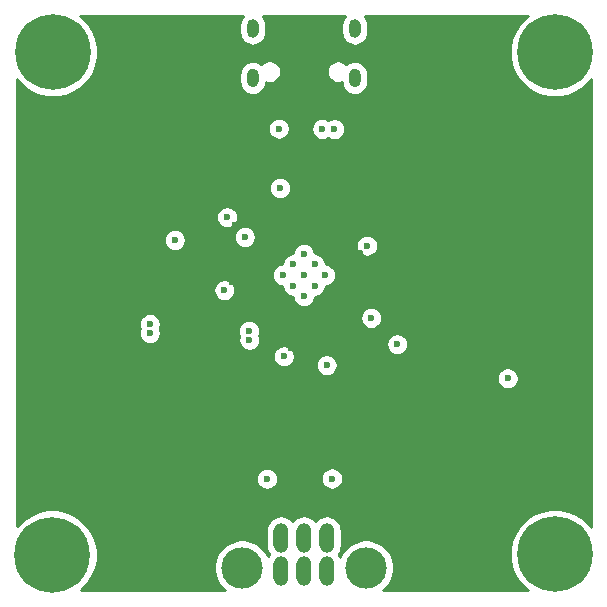
<source format=gbr>
%TF.GenerationSoftware,KiCad,Pcbnew,5.1.10*%
%TF.CreationDate,2021-06-16T23:26:04-06:00*%
%TF.ProjectId,cable-link,6361626c-652d-46c6-996e-6b2e6b696361,rev?*%
%TF.SameCoordinates,Original*%
%TF.FileFunction,Copper,L3,Inr*%
%TF.FilePolarity,Positive*%
%FSLAX46Y46*%
G04 Gerber Fmt 4.6, Leading zero omitted, Abs format (unit mm)*
G04 Created by KiCad (PCBNEW 5.1.10) date 2021-06-16 23:26:04*
%MOMM*%
%LPD*%
G01*
G04 APERTURE LIST*
%TA.AperFunction,ComponentPad*%
%ADD10C,0.800000*%
%TD*%
%TA.AperFunction,ComponentPad*%
%ADD11C,6.400000*%
%TD*%
%TA.AperFunction,ComponentPad*%
%ADD12O,1.270000X2.540000*%
%TD*%
%TA.AperFunction,ComponentPad*%
%ADD13C,3.500000*%
%TD*%
%TA.AperFunction,ComponentPad*%
%ADD14C,0.600000*%
%TD*%
%TA.AperFunction,ViaPad*%
%ADD15C,0.600000*%
%TD*%
%TA.AperFunction,Conductor*%
%ADD16C,0.254000*%
%TD*%
%TA.AperFunction,Conductor*%
%ADD17C,0.100000*%
%TD*%
G04 APERTURE END LIST*
D10*
%TO.N,GND*%
%TO.C,H4*%
X25394112Y-64605888D03*
X23697056Y-63902944D03*
X22000000Y-64605888D03*
X21297056Y-66302944D03*
X22000000Y-68000000D03*
X23697056Y-68702944D03*
X25394112Y-68000000D03*
X26097056Y-66302944D03*
D11*
X23697056Y-66302944D03*
%TD*%
D10*
%TO.N,GND*%
%TO.C,H3*%
X67947056Y-64552944D03*
X66250000Y-63850000D03*
X64552944Y-64552944D03*
X63850000Y-66250000D03*
X64552944Y-67947056D03*
X66250000Y-68650000D03*
X67947056Y-67947056D03*
X68650000Y-66250000D03*
D11*
X66250000Y-66250000D03*
%TD*%
D10*
%TO.N,GND*%
%TO.C,H2*%
X67947056Y-22052944D03*
X66250000Y-21350000D03*
X64552944Y-22052944D03*
X63850000Y-23750000D03*
X64552944Y-25447056D03*
X66250000Y-26150000D03*
X67947056Y-25447056D03*
X68650000Y-23750000D03*
D11*
X66250000Y-23750000D03*
%TD*%
D10*
%TO.N,GND*%
%TO.C,H1*%
X25447056Y-22052944D03*
X23750000Y-21350000D03*
X22052944Y-22052944D03*
X21350000Y-23750000D03*
X22052944Y-25447056D03*
X23750000Y-26150000D03*
X25447056Y-25447056D03*
X26150000Y-23750000D03*
D11*
X23750000Y-23750000D03*
%TD*%
D12*
%TO.N,+5V*%
%TO.C,J3*%
X46930000Y-64890000D03*
%TO.N,/GB_SI*%
X45000000Y-64890000D03*
%TO.N,/GB_SC*%
X43070000Y-64890000D03*
%TO.N,/GB_SO*%
X46930000Y-67700000D03*
%TO.N,/GB_SD*%
X45000000Y-67700000D03*
%TO.N,GND*%
X43070000Y-67700000D03*
D13*
X50250000Y-67395000D03*
X39780000Y-67395000D03*
%TD*%
D14*
%TO.N,GND*%
%TO.C,U2*%
X43196878Y-42625000D03*
X44098439Y-41723439D03*
X45000000Y-40821878D03*
X44098439Y-43526561D03*
X45000000Y-42625000D03*
X45901561Y-41723439D03*
X45000000Y-44428122D03*
X45901561Y-43526561D03*
X46803122Y-42625000D03*
%TD*%
%TO.N,GND*%
%TO.C,J1*%
%TA.AperFunction,ComponentPad*%
G36*
G01*
X49820000Y-25630001D02*
X49820000Y-26230001D01*
G75*
G02*
X49320000Y-26730001I-500000J0D01*
G01*
X49320000Y-26730001D01*
G75*
G02*
X48820000Y-26230001I0J500000D01*
G01*
X48820000Y-25630001D01*
G75*
G02*
X49320000Y-25130001I500000J0D01*
G01*
X49320000Y-25130001D01*
G75*
G02*
X49820000Y-25630001I0J-500000D01*
G01*
G37*
%TD.AperFunction*%
%TA.AperFunction,ComponentPad*%
G36*
G01*
X41180000Y-25630001D02*
X41180000Y-26230001D01*
G75*
G02*
X40680000Y-26730001I-500000J0D01*
G01*
X40680000Y-26730001D01*
G75*
G02*
X40180000Y-26230001I0J500000D01*
G01*
X40180000Y-25630001D01*
G75*
G02*
X40680000Y-25130001I500000J0D01*
G01*
X40680000Y-25130001D01*
G75*
G02*
X41180000Y-25630001I0J-500000D01*
G01*
G37*
%TD.AperFunction*%
%TA.AperFunction,ComponentPad*%
G36*
G01*
X41180000Y-21450001D02*
X41180000Y-22050001D01*
G75*
G02*
X40680000Y-22550001I-500000J0D01*
G01*
X40680000Y-22550001D01*
G75*
G02*
X40180000Y-22050001I0J500000D01*
G01*
X40180000Y-21450001D01*
G75*
G02*
X40680000Y-20950001I500000J0D01*
G01*
X40680000Y-20950001D01*
G75*
G02*
X41180000Y-21450001I0J-500000D01*
G01*
G37*
%TD.AperFunction*%
%TA.AperFunction,ComponentPad*%
G36*
G01*
X49820000Y-21450001D02*
X49820000Y-22050001D01*
G75*
G02*
X49320000Y-22550001I-500000J0D01*
G01*
X49320000Y-22550001D01*
G75*
G02*
X48820000Y-22050001I0J500000D01*
G01*
X48820000Y-21450001D01*
G75*
G02*
X49320000Y-20950001I500000J0D01*
G01*
X49320000Y-20950001D01*
G75*
G02*
X49820000Y-21450001I0J-500000D01*
G01*
G37*
%TD.AperFunction*%
%TD*%
D15*
%TO.N,GND*%
X42875000Y-30225000D03*
X46550000Y-30250000D03*
X42975000Y-35250000D03*
X38500000Y-37725000D03*
X34075000Y-39650000D03*
X38500000Y-37725000D03*
X43300000Y-49500000D03*
X38275000Y-43900000D03*
X46925000Y-50250000D03*
X52900000Y-48475000D03*
X50350000Y-40125000D03*
X50700000Y-46250000D03*
X62250000Y-51375000D03*
%TO.N,+3V3*%
X41750000Y-30225000D03*
X39175000Y-38400000D03*
X41175000Y-35250000D03*
X38875000Y-43175000D03*
X43900000Y-48800000D03*
X31950000Y-45275000D03*
X28950000Y-44150000D03*
X28975000Y-47900000D03*
X26950000Y-41175000D03*
X40025000Y-54325000D03*
X42150000Y-54325000D03*
X42150000Y-54325000D03*
X54775000Y-66225000D03*
X60025000Y-66225000D03*
X57000000Y-43000000D03*
X60000000Y-43000000D03*
X59000000Y-43000000D03*
X58000000Y-43000000D03*
X49750000Y-40750000D03*
X28550000Y-30575000D03*
X47025000Y-36325000D03*
%TO.N,+1V1*%
X40000000Y-39398624D03*
%TO.N,/VBUS*%
X47575000Y-30275000D03*
%TO.N,/GB_SI*%
X41875000Y-59875000D03*
%TO.N,/GB_SD*%
X47375000Y-59850000D03*
%TO.N,/I2C0_SDA*%
X40350000Y-47350000D03*
X31950000Y-46775000D03*
%TO.N,/I2C0_SCL*%
X40389419Y-48098965D03*
X31950000Y-47550000D03*
%TD*%
D16*
%TO.N,+3V3*%
X39733727Y-20817722D02*
X39628558Y-21014480D01*
X39563795Y-21227974D01*
X39541927Y-21450001D01*
X39541927Y-22050001D01*
X39563795Y-22272028D01*
X39628558Y-22485522D01*
X39733727Y-22682280D01*
X39875261Y-22854739D01*
X40047720Y-22996273D01*
X40244478Y-23101442D01*
X40457972Y-23166205D01*
X40679999Y-23188073D01*
X40680001Y-23188073D01*
X40902028Y-23166205D01*
X41115522Y-23101442D01*
X41312280Y-22996273D01*
X41484739Y-22854739D01*
X41626273Y-22682280D01*
X41731442Y-22485522D01*
X41796205Y-22272028D01*
X41818073Y-22050001D01*
X41818073Y-21450001D01*
X41796205Y-21227974D01*
X41731442Y-21014480D01*
X41626273Y-20817722D01*
X41517350Y-20685000D01*
X48482650Y-20685000D01*
X48373727Y-20817722D01*
X48268558Y-21014480D01*
X48203795Y-21227974D01*
X48181927Y-21450001D01*
X48181927Y-22050001D01*
X48203795Y-22272028D01*
X48268558Y-22485522D01*
X48373727Y-22682280D01*
X48515261Y-22854739D01*
X48687720Y-22996273D01*
X48884478Y-23101442D01*
X49097972Y-23166205D01*
X49319999Y-23188073D01*
X49320001Y-23188073D01*
X49542028Y-23166205D01*
X49755522Y-23101442D01*
X49952280Y-22996273D01*
X50124739Y-22854739D01*
X50266273Y-22682280D01*
X50371442Y-22485522D01*
X50436205Y-22272028D01*
X50458073Y-22050001D01*
X50458073Y-21450001D01*
X50436205Y-21227974D01*
X50371442Y-21014480D01*
X50266273Y-20817722D01*
X50157350Y-20685000D01*
X63934279Y-20685000D01*
X63805330Y-20771161D01*
X63271161Y-21305330D01*
X62851467Y-21933446D01*
X62562377Y-22631372D01*
X62415000Y-23372285D01*
X62415000Y-24127715D01*
X62562377Y-24868628D01*
X62851467Y-25566554D01*
X63271161Y-26194670D01*
X63805330Y-26728839D01*
X64433446Y-27148533D01*
X65131372Y-27437623D01*
X65872285Y-27585000D01*
X66627715Y-27585000D01*
X67368628Y-27437623D01*
X68066554Y-27148533D01*
X68694670Y-26728839D01*
X69228839Y-26194670D01*
X69315000Y-26065721D01*
X69315001Y-63934280D01*
X69228839Y-63805330D01*
X68694670Y-63271161D01*
X68066554Y-62851467D01*
X67368628Y-62562377D01*
X66627715Y-62415000D01*
X65872285Y-62415000D01*
X65131372Y-62562377D01*
X64433446Y-62851467D01*
X63805330Y-63271161D01*
X63271161Y-63805330D01*
X62851467Y-64433446D01*
X62562377Y-65131372D01*
X62415000Y-65872285D01*
X62415000Y-66627715D01*
X62562377Y-67368628D01*
X62851467Y-68066554D01*
X63271161Y-68694670D01*
X63805330Y-69228839D01*
X63934279Y-69315000D01*
X51669403Y-69315000D01*
X51770349Y-69247550D01*
X52102550Y-68915349D01*
X52363560Y-68524721D01*
X52543346Y-68090679D01*
X52635000Y-67629902D01*
X52635000Y-67160098D01*
X52543346Y-66699321D01*
X52363560Y-66265279D01*
X52102550Y-65874651D01*
X51770349Y-65542450D01*
X51379721Y-65281440D01*
X50945679Y-65101654D01*
X50484902Y-65010000D01*
X50015098Y-65010000D01*
X49554321Y-65101654D01*
X49120279Y-65281440D01*
X48729651Y-65542450D01*
X48397450Y-65874651D01*
X48136440Y-66265279D01*
X48051799Y-66469620D01*
X47991075Y-66356012D01*
X47941004Y-66295000D01*
X47991075Y-66233988D01*
X48109003Y-66013359D01*
X48181623Y-65773963D01*
X48200000Y-65587380D01*
X48200000Y-64192620D01*
X48181623Y-64006037D01*
X48109003Y-63766641D01*
X47991075Y-63546012D01*
X47832370Y-63352630D01*
X47638987Y-63193925D01*
X47418358Y-63075997D01*
X47178962Y-63003377D01*
X46930000Y-62978856D01*
X46681037Y-63003377D01*
X46441641Y-63075997D01*
X46221012Y-63193925D01*
X46027630Y-63352630D01*
X45965000Y-63428945D01*
X45902370Y-63352630D01*
X45708987Y-63193925D01*
X45488358Y-63075997D01*
X45248962Y-63003377D01*
X45000000Y-62978856D01*
X44751037Y-63003377D01*
X44511641Y-63075997D01*
X44291012Y-63193925D01*
X44097630Y-63352630D01*
X44035000Y-63428945D01*
X43972370Y-63352630D01*
X43778987Y-63193925D01*
X43558358Y-63075997D01*
X43318962Y-63003377D01*
X43070000Y-62978856D01*
X42821037Y-63003377D01*
X42581641Y-63075997D01*
X42361012Y-63193925D01*
X42167630Y-63352630D01*
X42008925Y-63546013D01*
X41890997Y-63766642D01*
X41818377Y-64006038D01*
X41800000Y-64192621D01*
X41800000Y-65587380D01*
X41818377Y-65773963D01*
X41890997Y-66013359D01*
X42008926Y-66233988D01*
X42058997Y-66295000D01*
X42008925Y-66356013D01*
X41965103Y-66437999D01*
X41893560Y-66265279D01*
X41632550Y-65874651D01*
X41300349Y-65542450D01*
X40909721Y-65281440D01*
X40475679Y-65101654D01*
X40014902Y-65010000D01*
X39545098Y-65010000D01*
X39084321Y-65101654D01*
X38650279Y-65281440D01*
X38259651Y-65542450D01*
X37927450Y-65874651D01*
X37666440Y-66265279D01*
X37486654Y-66699321D01*
X37395000Y-67160098D01*
X37395000Y-67629902D01*
X37486654Y-68090679D01*
X37666440Y-68524721D01*
X37927450Y-68915349D01*
X38259651Y-69247550D01*
X38360597Y-69315000D01*
X26092013Y-69315000D01*
X26141726Y-69281783D01*
X26675895Y-68747614D01*
X27095589Y-68119498D01*
X27384679Y-67421572D01*
X27532056Y-66680659D01*
X27532056Y-65925229D01*
X27384679Y-65184316D01*
X27095589Y-64486390D01*
X26675895Y-63858274D01*
X26141726Y-63324105D01*
X25513610Y-62904411D01*
X24815684Y-62615321D01*
X24074771Y-62467944D01*
X23319341Y-62467944D01*
X22578428Y-62615321D01*
X21880502Y-62904411D01*
X21252386Y-63324105D01*
X20718217Y-63858274D01*
X20685000Y-63907987D01*
X20685000Y-59782911D01*
X40940000Y-59782911D01*
X40940000Y-59967089D01*
X40975932Y-60147729D01*
X41046414Y-60317889D01*
X41148738Y-60471028D01*
X41278972Y-60601262D01*
X41432111Y-60703586D01*
X41602271Y-60774068D01*
X41782911Y-60810000D01*
X41967089Y-60810000D01*
X42147729Y-60774068D01*
X42317889Y-60703586D01*
X42471028Y-60601262D01*
X42601262Y-60471028D01*
X42703586Y-60317889D01*
X42774068Y-60147729D01*
X42810000Y-59967089D01*
X42810000Y-59782911D01*
X42805028Y-59757911D01*
X46440000Y-59757911D01*
X46440000Y-59942089D01*
X46475932Y-60122729D01*
X46546414Y-60292889D01*
X46648738Y-60446028D01*
X46778972Y-60576262D01*
X46932111Y-60678586D01*
X47102271Y-60749068D01*
X47282911Y-60785000D01*
X47467089Y-60785000D01*
X47647729Y-60749068D01*
X47817889Y-60678586D01*
X47971028Y-60576262D01*
X48101262Y-60446028D01*
X48203586Y-60292889D01*
X48274068Y-60122729D01*
X48310000Y-59942089D01*
X48310000Y-59757911D01*
X48274068Y-59577271D01*
X48203586Y-59407111D01*
X48101262Y-59253972D01*
X47971028Y-59123738D01*
X47817889Y-59021414D01*
X47647729Y-58950932D01*
X47467089Y-58915000D01*
X47282911Y-58915000D01*
X47102271Y-58950932D01*
X46932111Y-59021414D01*
X46778972Y-59123738D01*
X46648738Y-59253972D01*
X46546414Y-59407111D01*
X46475932Y-59577271D01*
X46440000Y-59757911D01*
X42805028Y-59757911D01*
X42774068Y-59602271D01*
X42703586Y-59432111D01*
X42601262Y-59278972D01*
X42471028Y-59148738D01*
X42317889Y-59046414D01*
X42147729Y-58975932D01*
X41967089Y-58940000D01*
X41782911Y-58940000D01*
X41602271Y-58975932D01*
X41432111Y-59046414D01*
X41278972Y-59148738D01*
X41148738Y-59278972D01*
X41046414Y-59432111D01*
X40975932Y-59602271D01*
X40940000Y-59782911D01*
X20685000Y-59782911D01*
X20685000Y-51282911D01*
X61315000Y-51282911D01*
X61315000Y-51467089D01*
X61350932Y-51647729D01*
X61421414Y-51817889D01*
X61523738Y-51971028D01*
X61653972Y-52101262D01*
X61807111Y-52203586D01*
X61977271Y-52274068D01*
X62157911Y-52310000D01*
X62342089Y-52310000D01*
X62522729Y-52274068D01*
X62692889Y-52203586D01*
X62846028Y-52101262D01*
X62976262Y-51971028D01*
X63078586Y-51817889D01*
X63149068Y-51647729D01*
X63185000Y-51467089D01*
X63185000Y-51282911D01*
X63149068Y-51102271D01*
X63078586Y-50932111D01*
X62976262Y-50778972D01*
X62846028Y-50648738D01*
X62692889Y-50546414D01*
X62522729Y-50475932D01*
X62342089Y-50440000D01*
X62157911Y-50440000D01*
X61977271Y-50475932D01*
X61807111Y-50546414D01*
X61653972Y-50648738D01*
X61523738Y-50778972D01*
X61421414Y-50932111D01*
X61350932Y-51102271D01*
X61315000Y-51282911D01*
X20685000Y-51282911D01*
X20685000Y-49407911D01*
X42365000Y-49407911D01*
X42365000Y-49592089D01*
X42400932Y-49772729D01*
X42471414Y-49942889D01*
X42573738Y-50096028D01*
X42703972Y-50226262D01*
X42857111Y-50328586D01*
X43027271Y-50399068D01*
X43207911Y-50435000D01*
X43392089Y-50435000D01*
X43572729Y-50399068D01*
X43742889Y-50328586D01*
X43896028Y-50226262D01*
X43964379Y-50157911D01*
X45990000Y-50157911D01*
X45990000Y-50342089D01*
X46025932Y-50522729D01*
X46096414Y-50692889D01*
X46198738Y-50846028D01*
X46328972Y-50976262D01*
X46482111Y-51078586D01*
X46652271Y-51149068D01*
X46832911Y-51185000D01*
X47017089Y-51185000D01*
X47197729Y-51149068D01*
X47367889Y-51078586D01*
X47521028Y-50976262D01*
X47651262Y-50846028D01*
X47753586Y-50692889D01*
X47824068Y-50522729D01*
X47860000Y-50342089D01*
X47860000Y-50157911D01*
X47824068Y-49977271D01*
X47753586Y-49807111D01*
X47651262Y-49653972D01*
X47521028Y-49523738D01*
X47367889Y-49421414D01*
X47197729Y-49350932D01*
X47017089Y-49315000D01*
X46832911Y-49315000D01*
X46652271Y-49350932D01*
X46482111Y-49421414D01*
X46328972Y-49523738D01*
X46198738Y-49653972D01*
X46096414Y-49807111D01*
X46025932Y-49977271D01*
X45990000Y-50157911D01*
X43964379Y-50157911D01*
X44026262Y-50096028D01*
X44128586Y-49942889D01*
X44199068Y-49772729D01*
X44235000Y-49592089D01*
X44235000Y-49407911D01*
X44199068Y-49227271D01*
X44128586Y-49057111D01*
X44026262Y-48903972D01*
X43896028Y-48773738D01*
X43742889Y-48671414D01*
X43572729Y-48600932D01*
X43392089Y-48565000D01*
X43207911Y-48565000D01*
X43027271Y-48600932D01*
X42857111Y-48671414D01*
X42703972Y-48773738D01*
X42573738Y-48903972D01*
X42471414Y-49057111D01*
X42400932Y-49227271D01*
X42365000Y-49407911D01*
X20685000Y-49407911D01*
X20685000Y-46682911D01*
X31015000Y-46682911D01*
X31015000Y-46867089D01*
X31050932Y-47047729D01*
X31098471Y-47162500D01*
X31050932Y-47277271D01*
X31015000Y-47457911D01*
X31015000Y-47642089D01*
X31050932Y-47822729D01*
X31121414Y-47992889D01*
X31223738Y-48146028D01*
X31353972Y-48276262D01*
X31507111Y-48378586D01*
X31677271Y-48449068D01*
X31857911Y-48485000D01*
X32042089Y-48485000D01*
X32222729Y-48449068D01*
X32392889Y-48378586D01*
X32546028Y-48276262D01*
X32676262Y-48146028D01*
X32778586Y-47992889D01*
X32849068Y-47822729D01*
X32885000Y-47642089D01*
X32885000Y-47457911D01*
X32849068Y-47277271D01*
X32841049Y-47257911D01*
X39415000Y-47257911D01*
X39415000Y-47442089D01*
X39450932Y-47622729D01*
X39512789Y-47772066D01*
X39490351Y-47826236D01*
X39454419Y-48006876D01*
X39454419Y-48191054D01*
X39490351Y-48371694D01*
X39560833Y-48541854D01*
X39663157Y-48694993D01*
X39793391Y-48825227D01*
X39946530Y-48927551D01*
X40116690Y-48998033D01*
X40297330Y-49033965D01*
X40481508Y-49033965D01*
X40662148Y-48998033D01*
X40832308Y-48927551D01*
X40985447Y-48825227D01*
X41115681Y-48694993D01*
X41218005Y-48541854D01*
X41283840Y-48382911D01*
X51965000Y-48382911D01*
X51965000Y-48567089D01*
X52000932Y-48747729D01*
X52071414Y-48917889D01*
X52173738Y-49071028D01*
X52303972Y-49201262D01*
X52457111Y-49303586D01*
X52627271Y-49374068D01*
X52807911Y-49410000D01*
X52992089Y-49410000D01*
X53172729Y-49374068D01*
X53342889Y-49303586D01*
X53496028Y-49201262D01*
X53626262Y-49071028D01*
X53728586Y-48917889D01*
X53799068Y-48747729D01*
X53835000Y-48567089D01*
X53835000Y-48382911D01*
X53799068Y-48202271D01*
X53728586Y-48032111D01*
X53626262Y-47878972D01*
X53496028Y-47748738D01*
X53342889Y-47646414D01*
X53172729Y-47575932D01*
X52992089Y-47540000D01*
X52807911Y-47540000D01*
X52627271Y-47575932D01*
X52457111Y-47646414D01*
X52303972Y-47748738D01*
X52173738Y-47878972D01*
X52071414Y-48032111D01*
X52000932Y-48202271D01*
X51965000Y-48382911D01*
X41283840Y-48382911D01*
X41288487Y-48371694D01*
X41324419Y-48191054D01*
X41324419Y-48006876D01*
X41288487Y-47826236D01*
X41226630Y-47676899D01*
X41249068Y-47622729D01*
X41285000Y-47442089D01*
X41285000Y-47257911D01*
X41249068Y-47077271D01*
X41178586Y-46907111D01*
X41076262Y-46753972D01*
X40946028Y-46623738D01*
X40792889Y-46521414D01*
X40622729Y-46450932D01*
X40442089Y-46415000D01*
X40257911Y-46415000D01*
X40077271Y-46450932D01*
X39907111Y-46521414D01*
X39753972Y-46623738D01*
X39623738Y-46753972D01*
X39521414Y-46907111D01*
X39450932Y-47077271D01*
X39415000Y-47257911D01*
X32841049Y-47257911D01*
X32801529Y-47162500D01*
X32849068Y-47047729D01*
X32885000Y-46867089D01*
X32885000Y-46682911D01*
X32849068Y-46502271D01*
X32778586Y-46332111D01*
X32676262Y-46178972D01*
X32655201Y-46157911D01*
X49765000Y-46157911D01*
X49765000Y-46342089D01*
X49800932Y-46522729D01*
X49871414Y-46692889D01*
X49973738Y-46846028D01*
X50103972Y-46976262D01*
X50257111Y-47078586D01*
X50427271Y-47149068D01*
X50607911Y-47185000D01*
X50792089Y-47185000D01*
X50972729Y-47149068D01*
X51142889Y-47078586D01*
X51296028Y-46976262D01*
X51426262Y-46846028D01*
X51528586Y-46692889D01*
X51599068Y-46522729D01*
X51635000Y-46342089D01*
X51635000Y-46157911D01*
X51599068Y-45977271D01*
X51528586Y-45807111D01*
X51426262Y-45653972D01*
X51296028Y-45523738D01*
X51142889Y-45421414D01*
X50972729Y-45350932D01*
X50792089Y-45315000D01*
X50607911Y-45315000D01*
X50427271Y-45350932D01*
X50257111Y-45421414D01*
X50103972Y-45523738D01*
X49973738Y-45653972D01*
X49871414Y-45807111D01*
X49800932Y-45977271D01*
X49765000Y-46157911D01*
X32655201Y-46157911D01*
X32546028Y-46048738D01*
X32392889Y-45946414D01*
X32222729Y-45875932D01*
X32042089Y-45840000D01*
X31857911Y-45840000D01*
X31677271Y-45875932D01*
X31507111Y-45946414D01*
X31353972Y-46048738D01*
X31223738Y-46178972D01*
X31121414Y-46332111D01*
X31050932Y-46502271D01*
X31015000Y-46682911D01*
X20685000Y-46682911D01*
X20685000Y-43807911D01*
X37340000Y-43807911D01*
X37340000Y-43992089D01*
X37375932Y-44172729D01*
X37446414Y-44342889D01*
X37548738Y-44496028D01*
X37678972Y-44626262D01*
X37832111Y-44728586D01*
X38002271Y-44799068D01*
X38182911Y-44835000D01*
X38367089Y-44835000D01*
X38547729Y-44799068D01*
X38717889Y-44728586D01*
X38871028Y-44626262D01*
X39001262Y-44496028D01*
X39103586Y-44342889D01*
X39174068Y-44172729D01*
X39210000Y-43992089D01*
X39210000Y-43807911D01*
X39174068Y-43627271D01*
X39103586Y-43457111D01*
X39001262Y-43303972D01*
X38871028Y-43173738D01*
X38717889Y-43071414D01*
X38547729Y-43000932D01*
X38367089Y-42965000D01*
X38182911Y-42965000D01*
X38002271Y-43000932D01*
X37832111Y-43071414D01*
X37678972Y-43173738D01*
X37548738Y-43303972D01*
X37446414Y-43457111D01*
X37375932Y-43627271D01*
X37340000Y-43807911D01*
X20685000Y-43807911D01*
X20685000Y-42532911D01*
X42261878Y-42532911D01*
X42261878Y-42717089D01*
X42297810Y-42897729D01*
X42368292Y-43067889D01*
X42470616Y-43221028D01*
X42600850Y-43351262D01*
X42753989Y-43453586D01*
X42924149Y-43524068D01*
X43104789Y-43560000D01*
X43163439Y-43560000D01*
X43163439Y-43618650D01*
X43199371Y-43799290D01*
X43269853Y-43969450D01*
X43372177Y-44122589D01*
X43502411Y-44252823D01*
X43655550Y-44355147D01*
X43825710Y-44425629D01*
X44006350Y-44461561D01*
X44065000Y-44461561D01*
X44065000Y-44520211D01*
X44100932Y-44700851D01*
X44171414Y-44871011D01*
X44273738Y-45024150D01*
X44403972Y-45154384D01*
X44557111Y-45256708D01*
X44727271Y-45327190D01*
X44907911Y-45363122D01*
X45092089Y-45363122D01*
X45272729Y-45327190D01*
X45442889Y-45256708D01*
X45596028Y-45154384D01*
X45726262Y-45024150D01*
X45828586Y-44871011D01*
X45899068Y-44700851D01*
X45935000Y-44520211D01*
X45935000Y-44461561D01*
X45993650Y-44461561D01*
X46174290Y-44425629D01*
X46344450Y-44355147D01*
X46497589Y-44252823D01*
X46627823Y-44122589D01*
X46730147Y-43969450D01*
X46800629Y-43799290D01*
X46836561Y-43618650D01*
X46836561Y-43560000D01*
X46895211Y-43560000D01*
X47075851Y-43524068D01*
X47246011Y-43453586D01*
X47399150Y-43351262D01*
X47529384Y-43221028D01*
X47631708Y-43067889D01*
X47702190Y-42897729D01*
X47738122Y-42717089D01*
X47738122Y-42532911D01*
X47702190Y-42352271D01*
X47631708Y-42182111D01*
X47529384Y-42028972D01*
X47399150Y-41898738D01*
X47246011Y-41796414D01*
X47075851Y-41725932D01*
X46895211Y-41690000D01*
X46836561Y-41690000D01*
X46836561Y-41631350D01*
X46800629Y-41450710D01*
X46730147Y-41280550D01*
X46627823Y-41127411D01*
X46497589Y-40997177D01*
X46344450Y-40894853D01*
X46174290Y-40824371D01*
X45993650Y-40788439D01*
X45935000Y-40788439D01*
X45935000Y-40729789D01*
X45899068Y-40549149D01*
X45828586Y-40378989D01*
X45726262Y-40225850D01*
X45596028Y-40095616D01*
X45502184Y-40032911D01*
X49415000Y-40032911D01*
X49415000Y-40217089D01*
X49450932Y-40397729D01*
X49521414Y-40567889D01*
X49623738Y-40721028D01*
X49753972Y-40851262D01*
X49907111Y-40953586D01*
X50077271Y-41024068D01*
X50257911Y-41060000D01*
X50442089Y-41060000D01*
X50622729Y-41024068D01*
X50792889Y-40953586D01*
X50946028Y-40851262D01*
X51076262Y-40721028D01*
X51178586Y-40567889D01*
X51249068Y-40397729D01*
X51285000Y-40217089D01*
X51285000Y-40032911D01*
X51249068Y-39852271D01*
X51178586Y-39682111D01*
X51076262Y-39528972D01*
X50946028Y-39398738D01*
X50792889Y-39296414D01*
X50622729Y-39225932D01*
X50442089Y-39190000D01*
X50257911Y-39190000D01*
X50077271Y-39225932D01*
X49907111Y-39296414D01*
X49753972Y-39398738D01*
X49623738Y-39528972D01*
X49521414Y-39682111D01*
X49450932Y-39852271D01*
X49415000Y-40032911D01*
X45502184Y-40032911D01*
X45442889Y-39993292D01*
X45272729Y-39922810D01*
X45092089Y-39886878D01*
X44907911Y-39886878D01*
X44727271Y-39922810D01*
X44557111Y-39993292D01*
X44403972Y-40095616D01*
X44273738Y-40225850D01*
X44171414Y-40378989D01*
X44100932Y-40549149D01*
X44065000Y-40729789D01*
X44065000Y-40788439D01*
X44006350Y-40788439D01*
X43825710Y-40824371D01*
X43655550Y-40894853D01*
X43502411Y-40997177D01*
X43372177Y-41127411D01*
X43269853Y-41280550D01*
X43199371Y-41450710D01*
X43163439Y-41631350D01*
X43163439Y-41690000D01*
X43104789Y-41690000D01*
X42924149Y-41725932D01*
X42753989Y-41796414D01*
X42600850Y-41898738D01*
X42470616Y-42028972D01*
X42368292Y-42182111D01*
X42297810Y-42352271D01*
X42261878Y-42532911D01*
X20685000Y-42532911D01*
X20685000Y-39557911D01*
X33140000Y-39557911D01*
X33140000Y-39742089D01*
X33175932Y-39922729D01*
X33246414Y-40092889D01*
X33348738Y-40246028D01*
X33478972Y-40376262D01*
X33632111Y-40478586D01*
X33802271Y-40549068D01*
X33982911Y-40585000D01*
X34167089Y-40585000D01*
X34347729Y-40549068D01*
X34517889Y-40478586D01*
X34671028Y-40376262D01*
X34801262Y-40246028D01*
X34903586Y-40092889D01*
X34974068Y-39922729D01*
X35010000Y-39742089D01*
X35010000Y-39557911D01*
X34974068Y-39377271D01*
X34944769Y-39306535D01*
X39065000Y-39306535D01*
X39065000Y-39490713D01*
X39100932Y-39671353D01*
X39171414Y-39841513D01*
X39273738Y-39994652D01*
X39403972Y-40124886D01*
X39557111Y-40227210D01*
X39727271Y-40297692D01*
X39907911Y-40333624D01*
X40092089Y-40333624D01*
X40272729Y-40297692D01*
X40442889Y-40227210D01*
X40596028Y-40124886D01*
X40726262Y-39994652D01*
X40828586Y-39841513D01*
X40899068Y-39671353D01*
X40935000Y-39490713D01*
X40935000Y-39306535D01*
X40899068Y-39125895D01*
X40828586Y-38955735D01*
X40726262Y-38802596D01*
X40596028Y-38672362D01*
X40442889Y-38570038D01*
X40272729Y-38499556D01*
X40092089Y-38463624D01*
X39907911Y-38463624D01*
X39727271Y-38499556D01*
X39557111Y-38570038D01*
X39403972Y-38672362D01*
X39273738Y-38802596D01*
X39171414Y-38955735D01*
X39100932Y-39125895D01*
X39065000Y-39306535D01*
X34944769Y-39306535D01*
X34903586Y-39207111D01*
X34801262Y-39053972D01*
X34671028Y-38923738D01*
X34517889Y-38821414D01*
X34347729Y-38750932D01*
X34167089Y-38715000D01*
X33982911Y-38715000D01*
X33802271Y-38750932D01*
X33632111Y-38821414D01*
X33478972Y-38923738D01*
X33348738Y-39053972D01*
X33246414Y-39207111D01*
X33175932Y-39377271D01*
X33140000Y-39557911D01*
X20685000Y-39557911D01*
X20685000Y-37632911D01*
X37565000Y-37632911D01*
X37565000Y-37817089D01*
X37600932Y-37997729D01*
X37671414Y-38167889D01*
X37773738Y-38321028D01*
X37903972Y-38451262D01*
X38057111Y-38553586D01*
X38227271Y-38624068D01*
X38407911Y-38660000D01*
X38592089Y-38660000D01*
X38772729Y-38624068D01*
X38942889Y-38553586D01*
X39096028Y-38451262D01*
X39226262Y-38321028D01*
X39328586Y-38167889D01*
X39399068Y-37997729D01*
X39435000Y-37817089D01*
X39435000Y-37632911D01*
X39399068Y-37452271D01*
X39328586Y-37282111D01*
X39226262Y-37128972D01*
X39096028Y-36998738D01*
X38942889Y-36896414D01*
X38772729Y-36825932D01*
X38592089Y-36790000D01*
X38407911Y-36790000D01*
X38227271Y-36825932D01*
X38057111Y-36896414D01*
X37903972Y-36998738D01*
X37773738Y-37128972D01*
X37671414Y-37282111D01*
X37600932Y-37452271D01*
X37565000Y-37632911D01*
X20685000Y-37632911D01*
X20685000Y-35157911D01*
X42040000Y-35157911D01*
X42040000Y-35342089D01*
X42075932Y-35522729D01*
X42146414Y-35692889D01*
X42248738Y-35846028D01*
X42378972Y-35976262D01*
X42532111Y-36078586D01*
X42702271Y-36149068D01*
X42882911Y-36185000D01*
X43067089Y-36185000D01*
X43247729Y-36149068D01*
X43417889Y-36078586D01*
X43571028Y-35976262D01*
X43701262Y-35846028D01*
X43803586Y-35692889D01*
X43874068Y-35522729D01*
X43910000Y-35342089D01*
X43910000Y-35157911D01*
X43874068Y-34977271D01*
X43803586Y-34807111D01*
X43701262Y-34653972D01*
X43571028Y-34523738D01*
X43417889Y-34421414D01*
X43247729Y-34350932D01*
X43067089Y-34315000D01*
X42882911Y-34315000D01*
X42702271Y-34350932D01*
X42532111Y-34421414D01*
X42378972Y-34523738D01*
X42248738Y-34653972D01*
X42146414Y-34807111D01*
X42075932Y-34977271D01*
X42040000Y-35157911D01*
X20685000Y-35157911D01*
X20685000Y-30132911D01*
X41940000Y-30132911D01*
X41940000Y-30317089D01*
X41975932Y-30497729D01*
X42046414Y-30667889D01*
X42148738Y-30821028D01*
X42278972Y-30951262D01*
X42432111Y-31053586D01*
X42602271Y-31124068D01*
X42782911Y-31160000D01*
X42967089Y-31160000D01*
X43147729Y-31124068D01*
X43317889Y-31053586D01*
X43471028Y-30951262D01*
X43601262Y-30821028D01*
X43703586Y-30667889D01*
X43774068Y-30497729D01*
X43810000Y-30317089D01*
X43810000Y-30157911D01*
X45615000Y-30157911D01*
X45615000Y-30342089D01*
X45650932Y-30522729D01*
X45721414Y-30692889D01*
X45823738Y-30846028D01*
X45953972Y-30976262D01*
X46107111Y-31078586D01*
X46277271Y-31149068D01*
X46457911Y-31185000D01*
X46642089Y-31185000D01*
X46822729Y-31149068D01*
X46992889Y-31078586D01*
X47043792Y-31044574D01*
X47132111Y-31103586D01*
X47302271Y-31174068D01*
X47482911Y-31210000D01*
X47667089Y-31210000D01*
X47847729Y-31174068D01*
X48017889Y-31103586D01*
X48171028Y-31001262D01*
X48301262Y-30871028D01*
X48403586Y-30717889D01*
X48474068Y-30547729D01*
X48510000Y-30367089D01*
X48510000Y-30182911D01*
X48474068Y-30002271D01*
X48403586Y-29832111D01*
X48301262Y-29678972D01*
X48171028Y-29548738D01*
X48017889Y-29446414D01*
X47847729Y-29375932D01*
X47667089Y-29340000D01*
X47482911Y-29340000D01*
X47302271Y-29375932D01*
X47132111Y-29446414D01*
X47081208Y-29480426D01*
X46992889Y-29421414D01*
X46822729Y-29350932D01*
X46642089Y-29315000D01*
X46457911Y-29315000D01*
X46277271Y-29350932D01*
X46107111Y-29421414D01*
X45953972Y-29523738D01*
X45823738Y-29653972D01*
X45721414Y-29807111D01*
X45650932Y-29977271D01*
X45615000Y-30157911D01*
X43810000Y-30157911D01*
X43810000Y-30132911D01*
X43774068Y-29952271D01*
X43703586Y-29782111D01*
X43601262Y-29628972D01*
X43471028Y-29498738D01*
X43317889Y-29396414D01*
X43147729Y-29325932D01*
X42967089Y-29290000D01*
X42782911Y-29290000D01*
X42602271Y-29325932D01*
X42432111Y-29396414D01*
X42278972Y-29498738D01*
X42148738Y-29628972D01*
X42046414Y-29782111D01*
X41975932Y-29952271D01*
X41940000Y-30132911D01*
X20685000Y-30132911D01*
X20685000Y-26065721D01*
X20771161Y-26194670D01*
X21305330Y-26728839D01*
X21933446Y-27148533D01*
X22631372Y-27437623D01*
X23372285Y-27585000D01*
X24127715Y-27585000D01*
X24868628Y-27437623D01*
X25566554Y-27148533D01*
X26194670Y-26728839D01*
X26728839Y-26194670D01*
X27106139Y-25630001D01*
X39541927Y-25630001D01*
X39541927Y-26230001D01*
X39563795Y-26452028D01*
X39628558Y-26665522D01*
X39733727Y-26862280D01*
X39875261Y-27034739D01*
X40047720Y-27176273D01*
X40244478Y-27281442D01*
X40457972Y-27346205D01*
X40679999Y-27368073D01*
X40680001Y-27368073D01*
X40902028Y-27346205D01*
X41115522Y-27281442D01*
X41312280Y-27176273D01*
X41484739Y-27034739D01*
X41626273Y-26862280D01*
X41731442Y-26665522D01*
X41796205Y-26452028D01*
X41809337Y-26318701D01*
X41819978Y-26323109D01*
X42005448Y-26360001D01*
X42194552Y-26360001D01*
X42380022Y-26323109D01*
X42554731Y-26250742D01*
X42711964Y-26145682D01*
X42845681Y-26011965D01*
X42950741Y-25854732D01*
X43023108Y-25680023D01*
X43060000Y-25494553D01*
X43060000Y-25305449D01*
X46940000Y-25305449D01*
X46940000Y-25494553D01*
X46976892Y-25680023D01*
X47049259Y-25854732D01*
X47154319Y-26011965D01*
X47288036Y-26145682D01*
X47445269Y-26250742D01*
X47619978Y-26323109D01*
X47805448Y-26360001D01*
X47994552Y-26360001D01*
X48180022Y-26323109D01*
X48190663Y-26318701D01*
X48203795Y-26452028D01*
X48268558Y-26665522D01*
X48373727Y-26862280D01*
X48515261Y-27034739D01*
X48687720Y-27176273D01*
X48884478Y-27281442D01*
X49097972Y-27346205D01*
X49319999Y-27368073D01*
X49320001Y-27368073D01*
X49542028Y-27346205D01*
X49755522Y-27281442D01*
X49952280Y-27176273D01*
X50124739Y-27034739D01*
X50266273Y-26862280D01*
X50371442Y-26665522D01*
X50436205Y-26452028D01*
X50458073Y-26230001D01*
X50458073Y-25630001D01*
X50436205Y-25407974D01*
X50371442Y-25194480D01*
X50266273Y-24997722D01*
X50124739Y-24825263D01*
X49952280Y-24683729D01*
X49755522Y-24578560D01*
X49542028Y-24513797D01*
X49320001Y-24491929D01*
X49319999Y-24491929D01*
X49097972Y-24513797D01*
X48884478Y-24578560D01*
X48687720Y-24683729D01*
X48607340Y-24749696D01*
X48511964Y-24654320D01*
X48354731Y-24549260D01*
X48180022Y-24476893D01*
X47994552Y-24440001D01*
X47805448Y-24440001D01*
X47619978Y-24476893D01*
X47445269Y-24549260D01*
X47288036Y-24654320D01*
X47154319Y-24788037D01*
X47049259Y-24945270D01*
X46976892Y-25119979D01*
X46940000Y-25305449D01*
X43060000Y-25305449D01*
X43023108Y-25119979D01*
X42950741Y-24945270D01*
X42845681Y-24788037D01*
X42711964Y-24654320D01*
X42554731Y-24549260D01*
X42380022Y-24476893D01*
X42194552Y-24440001D01*
X42005448Y-24440001D01*
X41819978Y-24476893D01*
X41645269Y-24549260D01*
X41488036Y-24654320D01*
X41392660Y-24749696D01*
X41312280Y-24683729D01*
X41115522Y-24578560D01*
X40902028Y-24513797D01*
X40680001Y-24491929D01*
X40679999Y-24491929D01*
X40457972Y-24513797D01*
X40244478Y-24578560D01*
X40047720Y-24683729D01*
X39875261Y-24825263D01*
X39733727Y-24997722D01*
X39628558Y-25194480D01*
X39563795Y-25407974D01*
X39541927Y-25630001D01*
X27106139Y-25630001D01*
X27148533Y-25566554D01*
X27437623Y-24868628D01*
X27585000Y-24127715D01*
X27585000Y-23372285D01*
X27437623Y-22631372D01*
X27148533Y-21933446D01*
X26728839Y-21305330D01*
X26194670Y-20771161D01*
X26065721Y-20685000D01*
X39842650Y-20685000D01*
X39733727Y-20817722D01*
%TA.AperFunction,Conductor*%
D17*
G36*
X39733727Y-20817722D02*
G01*
X39628558Y-21014480D01*
X39563795Y-21227974D01*
X39541927Y-21450001D01*
X39541927Y-22050001D01*
X39563795Y-22272028D01*
X39628558Y-22485522D01*
X39733727Y-22682280D01*
X39875261Y-22854739D01*
X40047720Y-22996273D01*
X40244478Y-23101442D01*
X40457972Y-23166205D01*
X40679999Y-23188073D01*
X40680001Y-23188073D01*
X40902028Y-23166205D01*
X41115522Y-23101442D01*
X41312280Y-22996273D01*
X41484739Y-22854739D01*
X41626273Y-22682280D01*
X41731442Y-22485522D01*
X41796205Y-22272028D01*
X41818073Y-22050001D01*
X41818073Y-21450001D01*
X41796205Y-21227974D01*
X41731442Y-21014480D01*
X41626273Y-20817722D01*
X41517350Y-20685000D01*
X48482650Y-20685000D01*
X48373727Y-20817722D01*
X48268558Y-21014480D01*
X48203795Y-21227974D01*
X48181927Y-21450001D01*
X48181927Y-22050001D01*
X48203795Y-22272028D01*
X48268558Y-22485522D01*
X48373727Y-22682280D01*
X48515261Y-22854739D01*
X48687720Y-22996273D01*
X48884478Y-23101442D01*
X49097972Y-23166205D01*
X49319999Y-23188073D01*
X49320001Y-23188073D01*
X49542028Y-23166205D01*
X49755522Y-23101442D01*
X49952280Y-22996273D01*
X50124739Y-22854739D01*
X50266273Y-22682280D01*
X50371442Y-22485522D01*
X50436205Y-22272028D01*
X50458073Y-22050001D01*
X50458073Y-21450001D01*
X50436205Y-21227974D01*
X50371442Y-21014480D01*
X50266273Y-20817722D01*
X50157350Y-20685000D01*
X63934279Y-20685000D01*
X63805330Y-20771161D01*
X63271161Y-21305330D01*
X62851467Y-21933446D01*
X62562377Y-22631372D01*
X62415000Y-23372285D01*
X62415000Y-24127715D01*
X62562377Y-24868628D01*
X62851467Y-25566554D01*
X63271161Y-26194670D01*
X63805330Y-26728839D01*
X64433446Y-27148533D01*
X65131372Y-27437623D01*
X65872285Y-27585000D01*
X66627715Y-27585000D01*
X67368628Y-27437623D01*
X68066554Y-27148533D01*
X68694670Y-26728839D01*
X69228839Y-26194670D01*
X69315000Y-26065721D01*
X69315001Y-63934280D01*
X69228839Y-63805330D01*
X68694670Y-63271161D01*
X68066554Y-62851467D01*
X67368628Y-62562377D01*
X66627715Y-62415000D01*
X65872285Y-62415000D01*
X65131372Y-62562377D01*
X64433446Y-62851467D01*
X63805330Y-63271161D01*
X63271161Y-63805330D01*
X62851467Y-64433446D01*
X62562377Y-65131372D01*
X62415000Y-65872285D01*
X62415000Y-66627715D01*
X62562377Y-67368628D01*
X62851467Y-68066554D01*
X63271161Y-68694670D01*
X63805330Y-69228839D01*
X63934279Y-69315000D01*
X51669403Y-69315000D01*
X51770349Y-69247550D01*
X52102550Y-68915349D01*
X52363560Y-68524721D01*
X52543346Y-68090679D01*
X52635000Y-67629902D01*
X52635000Y-67160098D01*
X52543346Y-66699321D01*
X52363560Y-66265279D01*
X52102550Y-65874651D01*
X51770349Y-65542450D01*
X51379721Y-65281440D01*
X50945679Y-65101654D01*
X50484902Y-65010000D01*
X50015098Y-65010000D01*
X49554321Y-65101654D01*
X49120279Y-65281440D01*
X48729651Y-65542450D01*
X48397450Y-65874651D01*
X48136440Y-66265279D01*
X48051799Y-66469620D01*
X47991075Y-66356012D01*
X47941004Y-66295000D01*
X47991075Y-66233988D01*
X48109003Y-66013359D01*
X48181623Y-65773963D01*
X48200000Y-65587380D01*
X48200000Y-64192620D01*
X48181623Y-64006037D01*
X48109003Y-63766641D01*
X47991075Y-63546012D01*
X47832370Y-63352630D01*
X47638987Y-63193925D01*
X47418358Y-63075997D01*
X47178962Y-63003377D01*
X46930000Y-62978856D01*
X46681037Y-63003377D01*
X46441641Y-63075997D01*
X46221012Y-63193925D01*
X46027630Y-63352630D01*
X45965000Y-63428945D01*
X45902370Y-63352630D01*
X45708987Y-63193925D01*
X45488358Y-63075997D01*
X45248962Y-63003377D01*
X45000000Y-62978856D01*
X44751037Y-63003377D01*
X44511641Y-63075997D01*
X44291012Y-63193925D01*
X44097630Y-63352630D01*
X44035000Y-63428945D01*
X43972370Y-63352630D01*
X43778987Y-63193925D01*
X43558358Y-63075997D01*
X43318962Y-63003377D01*
X43070000Y-62978856D01*
X42821037Y-63003377D01*
X42581641Y-63075997D01*
X42361012Y-63193925D01*
X42167630Y-63352630D01*
X42008925Y-63546013D01*
X41890997Y-63766642D01*
X41818377Y-64006038D01*
X41800000Y-64192621D01*
X41800000Y-65587380D01*
X41818377Y-65773963D01*
X41890997Y-66013359D01*
X42008926Y-66233988D01*
X42058997Y-66295000D01*
X42008925Y-66356013D01*
X41965103Y-66437999D01*
X41893560Y-66265279D01*
X41632550Y-65874651D01*
X41300349Y-65542450D01*
X40909721Y-65281440D01*
X40475679Y-65101654D01*
X40014902Y-65010000D01*
X39545098Y-65010000D01*
X39084321Y-65101654D01*
X38650279Y-65281440D01*
X38259651Y-65542450D01*
X37927450Y-65874651D01*
X37666440Y-66265279D01*
X37486654Y-66699321D01*
X37395000Y-67160098D01*
X37395000Y-67629902D01*
X37486654Y-68090679D01*
X37666440Y-68524721D01*
X37927450Y-68915349D01*
X38259651Y-69247550D01*
X38360597Y-69315000D01*
X26092013Y-69315000D01*
X26141726Y-69281783D01*
X26675895Y-68747614D01*
X27095589Y-68119498D01*
X27384679Y-67421572D01*
X27532056Y-66680659D01*
X27532056Y-65925229D01*
X27384679Y-65184316D01*
X27095589Y-64486390D01*
X26675895Y-63858274D01*
X26141726Y-63324105D01*
X25513610Y-62904411D01*
X24815684Y-62615321D01*
X24074771Y-62467944D01*
X23319341Y-62467944D01*
X22578428Y-62615321D01*
X21880502Y-62904411D01*
X21252386Y-63324105D01*
X20718217Y-63858274D01*
X20685000Y-63907987D01*
X20685000Y-59782911D01*
X40940000Y-59782911D01*
X40940000Y-59967089D01*
X40975932Y-60147729D01*
X41046414Y-60317889D01*
X41148738Y-60471028D01*
X41278972Y-60601262D01*
X41432111Y-60703586D01*
X41602271Y-60774068D01*
X41782911Y-60810000D01*
X41967089Y-60810000D01*
X42147729Y-60774068D01*
X42317889Y-60703586D01*
X42471028Y-60601262D01*
X42601262Y-60471028D01*
X42703586Y-60317889D01*
X42774068Y-60147729D01*
X42810000Y-59967089D01*
X42810000Y-59782911D01*
X42805028Y-59757911D01*
X46440000Y-59757911D01*
X46440000Y-59942089D01*
X46475932Y-60122729D01*
X46546414Y-60292889D01*
X46648738Y-60446028D01*
X46778972Y-60576262D01*
X46932111Y-60678586D01*
X47102271Y-60749068D01*
X47282911Y-60785000D01*
X47467089Y-60785000D01*
X47647729Y-60749068D01*
X47817889Y-60678586D01*
X47971028Y-60576262D01*
X48101262Y-60446028D01*
X48203586Y-60292889D01*
X48274068Y-60122729D01*
X48310000Y-59942089D01*
X48310000Y-59757911D01*
X48274068Y-59577271D01*
X48203586Y-59407111D01*
X48101262Y-59253972D01*
X47971028Y-59123738D01*
X47817889Y-59021414D01*
X47647729Y-58950932D01*
X47467089Y-58915000D01*
X47282911Y-58915000D01*
X47102271Y-58950932D01*
X46932111Y-59021414D01*
X46778972Y-59123738D01*
X46648738Y-59253972D01*
X46546414Y-59407111D01*
X46475932Y-59577271D01*
X46440000Y-59757911D01*
X42805028Y-59757911D01*
X42774068Y-59602271D01*
X42703586Y-59432111D01*
X42601262Y-59278972D01*
X42471028Y-59148738D01*
X42317889Y-59046414D01*
X42147729Y-58975932D01*
X41967089Y-58940000D01*
X41782911Y-58940000D01*
X41602271Y-58975932D01*
X41432111Y-59046414D01*
X41278972Y-59148738D01*
X41148738Y-59278972D01*
X41046414Y-59432111D01*
X40975932Y-59602271D01*
X40940000Y-59782911D01*
X20685000Y-59782911D01*
X20685000Y-51282911D01*
X61315000Y-51282911D01*
X61315000Y-51467089D01*
X61350932Y-51647729D01*
X61421414Y-51817889D01*
X61523738Y-51971028D01*
X61653972Y-52101262D01*
X61807111Y-52203586D01*
X61977271Y-52274068D01*
X62157911Y-52310000D01*
X62342089Y-52310000D01*
X62522729Y-52274068D01*
X62692889Y-52203586D01*
X62846028Y-52101262D01*
X62976262Y-51971028D01*
X63078586Y-51817889D01*
X63149068Y-51647729D01*
X63185000Y-51467089D01*
X63185000Y-51282911D01*
X63149068Y-51102271D01*
X63078586Y-50932111D01*
X62976262Y-50778972D01*
X62846028Y-50648738D01*
X62692889Y-50546414D01*
X62522729Y-50475932D01*
X62342089Y-50440000D01*
X62157911Y-50440000D01*
X61977271Y-50475932D01*
X61807111Y-50546414D01*
X61653972Y-50648738D01*
X61523738Y-50778972D01*
X61421414Y-50932111D01*
X61350932Y-51102271D01*
X61315000Y-51282911D01*
X20685000Y-51282911D01*
X20685000Y-49407911D01*
X42365000Y-49407911D01*
X42365000Y-49592089D01*
X42400932Y-49772729D01*
X42471414Y-49942889D01*
X42573738Y-50096028D01*
X42703972Y-50226262D01*
X42857111Y-50328586D01*
X43027271Y-50399068D01*
X43207911Y-50435000D01*
X43392089Y-50435000D01*
X43572729Y-50399068D01*
X43742889Y-50328586D01*
X43896028Y-50226262D01*
X43964379Y-50157911D01*
X45990000Y-50157911D01*
X45990000Y-50342089D01*
X46025932Y-50522729D01*
X46096414Y-50692889D01*
X46198738Y-50846028D01*
X46328972Y-50976262D01*
X46482111Y-51078586D01*
X46652271Y-51149068D01*
X46832911Y-51185000D01*
X47017089Y-51185000D01*
X47197729Y-51149068D01*
X47367889Y-51078586D01*
X47521028Y-50976262D01*
X47651262Y-50846028D01*
X47753586Y-50692889D01*
X47824068Y-50522729D01*
X47860000Y-50342089D01*
X47860000Y-50157911D01*
X47824068Y-49977271D01*
X47753586Y-49807111D01*
X47651262Y-49653972D01*
X47521028Y-49523738D01*
X47367889Y-49421414D01*
X47197729Y-49350932D01*
X47017089Y-49315000D01*
X46832911Y-49315000D01*
X46652271Y-49350932D01*
X46482111Y-49421414D01*
X46328972Y-49523738D01*
X46198738Y-49653972D01*
X46096414Y-49807111D01*
X46025932Y-49977271D01*
X45990000Y-50157911D01*
X43964379Y-50157911D01*
X44026262Y-50096028D01*
X44128586Y-49942889D01*
X44199068Y-49772729D01*
X44235000Y-49592089D01*
X44235000Y-49407911D01*
X44199068Y-49227271D01*
X44128586Y-49057111D01*
X44026262Y-48903972D01*
X43896028Y-48773738D01*
X43742889Y-48671414D01*
X43572729Y-48600932D01*
X43392089Y-48565000D01*
X43207911Y-48565000D01*
X43027271Y-48600932D01*
X42857111Y-48671414D01*
X42703972Y-48773738D01*
X42573738Y-48903972D01*
X42471414Y-49057111D01*
X42400932Y-49227271D01*
X42365000Y-49407911D01*
X20685000Y-49407911D01*
X20685000Y-46682911D01*
X31015000Y-46682911D01*
X31015000Y-46867089D01*
X31050932Y-47047729D01*
X31098471Y-47162500D01*
X31050932Y-47277271D01*
X31015000Y-47457911D01*
X31015000Y-47642089D01*
X31050932Y-47822729D01*
X31121414Y-47992889D01*
X31223738Y-48146028D01*
X31353972Y-48276262D01*
X31507111Y-48378586D01*
X31677271Y-48449068D01*
X31857911Y-48485000D01*
X32042089Y-48485000D01*
X32222729Y-48449068D01*
X32392889Y-48378586D01*
X32546028Y-48276262D01*
X32676262Y-48146028D01*
X32778586Y-47992889D01*
X32849068Y-47822729D01*
X32885000Y-47642089D01*
X32885000Y-47457911D01*
X32849068Y-47277271D01*
X32841049Y-47257911D01*
X39415000Y-47257911D01*
X39415000Y-47442089D01*
X39450932Y-47622729D01*
X39512789Y-47772066D01*
X39490351Y-47826236D01*
X39454419Y-48006876D01*
X39454419Y-48191054D01*
X39490351Y-48371694D01*
X39560833Y-48541854D01*
X39663157Y-48694993D01*
X39793391Y-48825227D01*
X39946530Y-48927551D01*
X40116690Y-48998033D01*
X40297330Y-49033965D01*
X40481508Y-49033965D01*
X40662148Y-48998033D01*
X40832308Y-48927551D01*
X40985447Y-48825227D01*
X41115681Y-48694993D01*
X41218005Y-48541854D01*
X41283840Y-48382911D01*
X51965000Y-48382911D01*
X51965000Y-48567089D01*
X52000932Y-48747729D01*
X52071414Y-48917889D01*
X52173738Y-49071028D01*
X52303972Y-49201262D01*
X52457111Y-49303586D01*
X52627271Y-49374068D01*
X52807911Y-49410000D01*
X52992089Y-49410000D01*
X53172729Y-49374068D01*
X53342889Y-49303586D01*
X53496028Y-49201262D01*
X53626262Y-49071028D01*
X53728586Y-48917889D01*
X53799068Y-48747729D01*
X53835000Y-48567089D01*
X53835000Y-48382911D01*
X53799068Y-48202271D01*
X53728586Y-48032111D01*
X53626262Y-47878972D01*
X53496028Y-47748738D01*
X53342889Y-47646414D01*
X53172729Y-47575932D01*
X52992089Y-47540000D01*
X52807911Y-47540000D01*
X52627271Y-47575932D01*
X52457111Y-47646414D01*
X52303972Y-47748738D01*
X52173738Y-47878972D01*
X52071414Y-48032111D01*
X52000932Y-48202271D01*
X51965000Y-48382911D01*
X41283840Y-48382911D01*
X41288487Y-48371694D01*
X41324419Y-48191054D01*
X41324419Y-48006876D01*
X41288487Y-47826236D01*
X41226630Y-47676899D01*
X41249068Y-47622729D01*
X41285000Y-47442089D01*
X41285000Y-47257911D01*
X41249068Y-47077271D01*
X41178586Y-46907111D01*
X41076262Y-46753972D01*
X40946028Y-46623738D01*
X40792889Y-46521414D01*
X40622729Y-46450932D01*
X40442089Y-46415000D01*
X40257911Y-46415000D01*
X40077271Y-46450932D01*
X39907111Y-46521414D01*
X39753972Y-46623738D01*
X39623738Y-46753972D01*
X39521414Y-46907111D01*
X39450932Y-47077271D01*
X39415000Y-47257911D01*
X32841049Y-47257911D01*
X32801529Y-47162500D01*
X32849068Y-47047729D01*
X32885000Y-46867089D01*
X32885000Y-46682911D01*
X32849068Y-46502271D01*
X32778586Y-46332111D01*
X32676262Y-46178972D01*
X32655201Y-46157911D01*
X49765000Y-46157911D01*
X49765000Y-46342089D01*
X49800932Y-46522729D01*
X49871414Y-46692889D01*
X49973738Y-46846028D01*
X50103972Y-46976262D01*
X50257111Y-47078586D01*
X50427271Y-47149068D01*
X50607911Y-47185000D01*
X50792089Y-47185000D01*
X50972729Y-47149068D01*
X51142889Y-47078586D01*
X51296028Y-46976262D01*
X51426262Y-46846028D01*
X51528586Y-46692889D01*
X51599068Y-46522729D01*
X51635000Y-46342089D01*
X51635000Y-46157911D01*
X51599068Y-45977271D01*
X51528586Y-45807111D01*
X51426262Y-45653972D01*
X51296028Y-45523738D01*
X51142889Y-45421414D01*
X50972729Y-45350932D01*
X50792089Y-45315000D01*
X50607911Y-45315000D01*
X50427271Y-45350932D01*
X50257111Y-45421414D01*
X50103972Y-45523738D01*
X49973738Y-45653972D01*
X49871414Y-45807111D01*
X49800932Y-45977271D01*
X49765000Y-46157911D01*
X32655201Y-46157911D01*
X32546028Y-46048738D01*
X32392889Y-45946414D01*
X32222729Y-45875932D01*
X32042089Y-45840000D01*
X31857911Y-45840000D01*
X31677271Y-45875932D01*
X31507111Y-45946414D01*
X31353972Y-46048738D01*
X31223738Y-46178972D01*
X31121414Y-46332111D01*
X31050932Y-46502271D01*
X31015000Y-46682911D01*
X20685000Y-46682911D01*
X20685000Y-43807911D01*
X37340000Y-43807911D01*
X37340000Y-43992089D01*
X37375932Y-44172729D01*
X37446414Y-44342889D01*
X37548738Y-44496028D01*
X37678972Y-44626262D01*
X37832111Y-44728586D01*
X38002271Y-44799068D01*
X38182911Y-44835000D01*
X38367089Y-44835000D01*
X38547729Y-44799068D01*
X38717889Y-44728586D01*
X38871028Y-44626262D01*
X39001262Y-44496028D01*
X39103586Y-44342889D01*
X39174068Y-44172729D01*
X39210000Y-43992089D01*
X39210000Y-43807911D01*
X39174068Y-43627271D01*
X39103586Y-43457111D01*
X39001262Y-43303972D01*
X38871028Y-43173738D01*
X38717889Y-43071414D01*
X38547729Y-43000932D01*
X38367089Y-42965000D01*
X38182911Y-42965000D01*
X38002271Y-43000932D01*
X37832111Y-43071414D01*
X37678972Y-43173738D01*
X37548738Y-43303972D01*
X37446414Y-43457111D01*
X37375932Y-43627271D01*
X37340000Y-43807911D01*
X20685000Y-43807911D01*
X20685000Y-42532911D01*
X42261878Y-42532911D01*
X42261878Y-42717089D01*
X42297810Y-42897729D01*
X42368292Y-43067889D01*
X42470616Y-43221028D01*
X42600850Y-43351262D01*
X42753989Y-43453586D01*
X42924149Y-43524068D01*
X43104789Y-43560000D01*
X43163439Y-43560000D01*
X43163439Y-43618650D01*
X43199371Y-43799290D01*
X43269853Y-43969450D01*
X43372177Y-44122589D01*
X43502411Y-44252823D01*
X43655550Y-44355147D01*
X43825710Y-44425629D01*
X44006350Y-44461561D01*
X44065000Y-44461561D01*
X44065000Y-44520211D01*
X44100932Y-44700851D01*
X44171414Y-44871011D01*
X44273738Y-45024150D01*
X44403972Y-45154384D01*
X44557111Y-45256708D01*
X44727271Y-45327190D01*
X44907911Y-45363122D01*
X45092089Y-45363122D01*
X45272729Y-45327190D01*
X45442889Y-45256708D01*
X45596028Y-45154384D01*
X45726262Y-45024150D01*
X45828586Y-44871011D01*
X45899068Y-44700851D01*
X45935000Y-44520211D01*
X45935000Y-44461561D01*
X45993650Y-44461561D01*
X46174290Y-44425629D01*
X46344450Y-44355147D01*
X46497589Y-44252823D01*
X46627823Y-44122589D01*
X46730147Y-43969450D01*
X46800629Y-43799290D01*
X46836561Y-43618650D01*
X46836561Y-43560000D01*
X46895211Y-43560000D01*
X47075851Y-43524068D01*
X47246011Y-43453586D01*
X47399150Y-43351262D01*
X47529384Y-43221028D01*
X47631708Y-43067889D01*
X47702190Y-42897729D01*
X47738122Y-42717089D01*
X47738122Y-42532911D01*
X47702190Y-42352271D01*
X47631708Y-42182111D01*
X47529384Y-42028972D01*
X47399150Y-41898738D01*
X47246011Y-41796414D01*
X47075851Y-41725932D01*
X46895211Y-41690000D01*
X46836561Y-41690000D01*
X46836561Y-41631350D01*
X46800629Y-41450710D01*
X46730147Y-41280550D01*
X46627823Y-41127411D01*
X46497589Y-40997177D01*
X46344450Y-40894853D01*
X46174290Y-40824371D01*
X45993650Y-40788439D01*
X45935000Y-40788439D01*
X45935000Y-40729789D01*
X45899068Y-40549149D01*
X45828586Y-40378989D01*
X45726262Y-40225850D01*
X45596028Y-40095616D01*
X45502184Y-40032911D01*
X49415000Y-40032911D01*
X49415000Y-40217089D01*
X49450932Y-40397729D01*
X49521414Y-40567889D01*
X49623738Y-40721028D01*
X49753972Y-40851262D01*
X49907111Y-40953586D01*
X50077271Y-41024068D01*
X50257911Y-41060000D01*
X50442089Y-41060000D01*
X50622729Y-41024068D01*
X50792889Y-40953586D01*
X50946028Y-40851262D01*
X51076262Y-40721028D01*
X51178586Y-40567889D01*
X51249068Y-40397729D01*
X51285000Y-40217089D01*
X51285000Y-40032911D01*
X51249068Y-39852271D01*
X51178586Y-39682111D01*
X51076262Y-39528972D01*
X50946028Y-39398738D01*
X50792889Y-39296414D01*
X50622729Y-39225932D01*
X50442089Y-39190000D01*
X50257911Y-39190000D01*
X50077271Y-39225932D01*
X49907111Y-39296414D01*
X49753972Y-39398738D01*
X49623738Y-39528972D01*
X49521414Y-39682111D01*
X49450932Y-39852271D01*
X49415000Y-40032911D01*
X45502184Y-40032911D01*
X45442889Y-39993292D01*
X45272729Y-39922810D01*
X45092089Y-39886878D01*
X44907911Y-39886878D01*
X44727271Y-39922810D01*
X44557111Y-39993292D01*
X44403972Y-40095616D01*
X44273738Y-40225850D01*
X44171414Y-40378989D01*
X44100932Y-40549149D01*
X44065000Y-40729789D01*
X44065000Y-40788439D01*
X44006350Y-40788439D01*
X43825710Y-40824371D01*
X43655550Y-40894853D01*
X43502411Y-40997177D01*
X43372177Y-41127411D01*
X43269853Y-41280550D01*
X43199371Y-41450710D01*
X43163439Y-41631350D01*
X43163439Y-41690000D01*
X43104789Y-41690000D01*
X42924149Y-41725932D01*
X42753989Y-41796414D01*
X42600850Y-41898738D01*
X42470616Y-42028972D01*
X42368292Y-42182111D01*
X42297810Y-42352271D01*
X42261878Y-42532911D01*
X20685000Y-42532911D01*
X20685000Y-39557911D01*
X33140000Y-39557911D01*
X33140000Y-39742089D01*
X33175932Y-39922729D01*
X33246414Y-40092889D01*
X33348738Y-40246028D01*
X33478972Y-40376262D01*
X33632111Y-40478586D01*
X33802271Y-40549068D01*
X33982911Y-40585000D01*
X34167089Y-40585000D01*
X34347729Y-40549068D01*
X34517889Y-40478586D01*
X34671028Y-40376262D01*
X34801262Y-40246028D01*
X34903586Y-40092889D01*
X34974068Y-39922729D01*
X35010000Y-39742089D01*
X35010000Y-39557911D01*
X34974068Y-39377271D01*
X34944769Y-39306535D01*
X39065000Y-39306535D01*
X39065000Y-39490713D01*
X39100932Y-39671353D01*
X39171414Y-39841513D01*
X39273738Y-39994652D01*
X39403972Y-40124886D01*
X39557111Y-40227210D01*
X39727271Y-40297692D01*
X39907911Y-40333624D01*
X40092089Y-40333624D01*
X40272729Y-40297692D01*
X40442889Y-40227210D01*
X40596028Y-40124886D01*
X40726262Y-39994652D01*
X40828586Y-39841513D01*
X40899068Y-39671353D01*
X40935000Y-39490713D01*
X40935000Y-39306535D01*
X40899068Y-39125895D01*
X40828586Y-38955735D01*
X40726262Y-38802596D01*
X40596028Y-38672362D01*
X40442889Y-38570038D01*
X40272729Y-38499556D01*
X40092089Y-38463624D01*
X39907911Y-38463624D01*
X39727271Y-38499556D01*
X39557111Y-38570038D01*
X39403972Y-38672362D01*
X39273738Y-38802596D01*
X39171414Y-38955735D01*
X39100932Y-39125895D01*
X39065000Y-39306535D01*
X34944769Y-39306535D01*
X34903586Y-39207111D01*
X34801262Y-39053972D01*
X34671028Y-38923738D01*
X34517889Y-38821414D01*
X34347729Y-38750932D01*
X34167089Y-38715000D01*
X33982911Y-38715000D01*
X33802271Y-38750932D01*
X33632111Y-38821414D01*
X33478972Y-38923738D01*
X33348738Y-39053972D01*
X33246414Y-39207111D01*
X33175932Y-39377271D01*
X33140000Y-39557911D01*
X20685000Y-39557911D01*
X20685000Y-37632911D01*
X37565000Y-37632911D01*
X37565000Y-37817089D01*
X37600932Y-37997729D01*
X37671414Y-38167889D01*
X37773738Y-38321028D01*
X37903972Y-38451262D01*
X38057111Y-38553586D01*
X38227271Y-38624068D01*
X38407911Y-38660000D01*
X38592089Y-38660000D01*
X38772729Y-38624068D01*
X38942889Y-38553586D01*
X39096028Y-38451262D01*
X39226262Y-38321028D01*
X39328586Y-38167889D01*
X39399068Y-37997729D01*
X39435000Y-37817089D01*
X39435000Y-37632911D01*
X39399068Y-37452271D01*
X39328586Y-37282111D01*
X39226262Y-37128972D01*
X39096028Y-36998738D01*
X38942889Y-36896414D01*
X38772729Y-36825932D01*
X38592089Y-36790000D01*
X38407911Y-36790000D01*
X38227271Y-36825932D01*
X38057111Y-36896414D01*
X37903972Y-36998738D01*
X37773738Y-37128972D01*
X37671414Y-37282111D01*
X37600932Y-37452271D01*
X37565000Y-37632911D01*
X20685000Y-37632911D01*
X20685000Y-35157911D01*
X42040000Y-35157911D01*
X42040000Y-35342089D01*
X42075932Y-35522729D01*
X42146414Y-35692889D01*
X42248738Y-35846028D01*
X42378972Y-35976262D01*
X42532111Y-36078586D01*
X42702271Y-36149068D01*
X42882911Y-36185000D01*
X43067089Y-36185000D01*
X43247729Y-36149068D01*
X43417889Y-36078586D01*
X43571028Y-35976262D01*
X43701262Y-35846028D01*
X43803586Y-35692889D01*
X43874068Y-35522729D01*
X43910000Y-35342089D01*
X43910000Y-35157911D01*
X43874068Y-34977271D01*
X43803586Y-34807111D01*
X43701262Y-34653972D01*
X43571028Y-34523738D01*
X43417889Y-34421414D01*
X43247729Y-34350932D01*
X43067089Y-34315000D01*
X42882911Y-34315000D01*
X42702271Y-34350932D01*
X42532111Y-34421414D01*
X42378972Y-34523738D01*
X42248738Y-34653972D01*
X42146414Y-34807111D01*
X42075932Y-34977271D01*
X42040000Y-35157911D01*
X20685000Y-35157911D01*
X20685000Y-30132911D01*
X41940000Y-30132911D01*
X41940000Y-30317089D01*
X41975932Y-30497729D01*
X42046414Y-30667889D01*
X42148738Y-30821028D01*
X42278972Y-30951262D01*
X42432111Y-31053586D01*
X42602271Y-31124068D01*
X42782911Y-31160000D01*
X42967089Y-31160000D01*
X43147729Y-31124068D01*
X43317889Y-31053586D01*
X43471028Y-30951262D01*
X43601262Y-30821028D01*
X43703586Y-30667889D01*
X43774068Y-30497729D01*
X43810000Y-30317089D01*
X43810000Y-30157911D01*
X45615000Y-30157911D01*
X45615000Y-30342089D01*
X45650932Y-30522729D01*
X45721414Y-30692889D01*
X45823738Y-30846028D01*
X45953972Y-30976262D01*
X46107111Y-31078586D01*
X46277271Y-31149068D01*
X46457911Y-31185000D01*
X46642089Y-31185000D01*
X46822729Y-31149068D01*
X46992889Y-31078586D01*
X47043792Y-31044574D01*
X47132111Y-31103586D01*
X47302271Y-31174068D01*
X47482911Y-31210000D01*
X47667089Y-31210000D01*
X47847729Y-31174068D01*
X48017889Y-31103586D01*
X48171028Y-31001262D01*
X48301262Y-30871028D01*
X48403586Y-30717889D01*
X48474068Y-30547729D01*
X48510000Y-30367089D01*
X48510000Y-30182911D01*
X48474068Y-30002271D01*
X48403586Y-29832111D01*
X48301262Y-29678972D01*
X48171028Y-29548738D01*
X48017889Y-29446414D01*
X47847729Y-29375932D01*
X47667089Y-29340000D01*
X47482911Y-29340000D01*
X47302271Y-29375932D01*
X47132111Y-29446414D01*
X47081208Y-29480426D01*
X46992889Y-29421414D01*
X46822729Y-29350932D01*
X46642089Y-29315000D01*
X46457911Y-29315000D01*
X46277271Y-29350932D01*
X46107111Y-29421414D01*
X45953972Y-29523738D01*
X45823738Y-29653972D01*
X45721414Y-29807111D01*
X45650932Y-29977271D01*
X45615000Y-30157911D01*
X43810000Y-30157911D01*
X43810000Y-30132911D01*
X43774068Y-29952271D01*
X43703586Y-29782111D01*
X43601262Y-29628972D01*
X43471028Y-29498738D01*
X43317889Y-29396414D01*
X43147729Y-29325932D01*
X42967089Y-29290000D01*
X42782911Y-29290000D01*
X42602271Y-29325932D01*
X42432111Y-29396414D01*
X42278972Y-29498738D01*
X42148738Y-29628972D01*
X42046414Y-29782111D01*
X41975932Y-29952271D01*
X41940000Y-30132911D01*
X20685000Y-30132911D01*
X20685000Y-26065721D01*
X20771161Y-26194670D01*
X21305330Y-26728839D01*
X21933446Y-27148533D01*
X22631372Y-27437623D01*
X23372285Y-27585000D01*
X24127715Y-27585000D01*
X24868628Y-27437623D01*
X25566554Y-27148533D01*
X26194670Y-26728839D01*
X26728839Y-26194670D01*
X27106139Y-25630001D01*
X39541927Y-25630001D01*
X39541927Y-26230001D01*
X39563795Y-26452028D01*
X39628558Y-26665522D01*
X39733727Y-26862280D01*
X39875261Y-27034739D01*
X40047720Y-27176273D01*
X40244478Y-27281442D01*
X40457972Y-27346205D01*
X40679999Y-27368073D01*
X40680001Y-27368073D01*
X40902028Y-27346205D01*
X41115522Y-27281442D01*
X41312280Y-27176273D01*
X41484739Y-27034739D01*
X41626273Y-26862280D01*
X41731442Y-26665522D01*
X41796205Y-26452028D01*
X41809337Y-26318701D01*
X41819978Y-26323109D01*
X42005448Y-26360001D01*
X42194552Y-26360001D01*
X42380022Y-26323109D01*
X42554731Y-26250742D01*
X42711964Y-26145682D01*
X42845681Y-26011965D01*
X42950741Y-25854732D01*
X43023108Y-25680023D01*
X43060000Y-25494553D01*
X43060000Y-25305449D01*
X46940000Y-25305449D01*
X46940000Y-25494553D01*
X46976892Y-25680023D01*
X47049259Y-25854732D01*
X47154319Y-26011965D01*
X47288036Y-26145682D01*
X47445269Y-26250742D01*
X47619978Y-26323109D01*
X47805448Y-26360001D01*
X47994552Y-26360001D01*
X48180022Y-26323109D01*
X48190663Y-26318701D01*
X48203795Y-26452028D01*
X48268558Y-26665522D01*
X48373727Y-26862280D01*
X48515261Y-27034739D01*
X48687720Y-27176273D01*
X48884478Y-27281442D01*
X49097972Y-27346205D01*
X49319999Y-27368073D01*
X49320001Y-27368073D01*
X49542028Y-27346205D01*
X49755522Y-27281442D01*
X49952280Y-27176273D01*
X50124739Y-27034739D01*
X50266273Y-26862280D01*
X50371442Y-26665522D01*
X50436205Y-26452028D01*
X50458073Y-26230001D01*
X50458073Y-25630001D01*
X50436205Y-25407974D01*
X50371442Y-25194480D01*
X50266273Y-24997722D01*
X50124739Y-24825263D01*
X49952280Y-24683729D01*
X49755522Y-24578560D01*
X49542028Y-24513797D01*
X49320001Y-24491929D01*
X49319999Y-24491929D01*
X49097972Y-24513797D01*
X48884478Y-24578560D01*
X48687720Y-24683729D01*
X48607340Y-24749696D01*
X48511964Y-24654320D01*
X48354731Y-24549260D01*
X48180022Y-24476893D01*
X47994552Y-24440001D01*
X47805448Y-24440001D01*
X47619978Y-24476893D01*
X47445269Y-24549260D01*
X47288036Y-24654320D01*
X47154319Y-24788037D01*
X47049259Y-24945270D01*
X46976892Y-25119979D01*
X46940000Y-25305449D01*
X43060000Y-25305449D01*
X43023108Y-25119979D01*
X42950741Y-24945270D01*
X42845681Y-24788037D01*
X42711964Y-24654320D01*
X42554731Y-24549260D01*
X42380022Y-24476893D01*
X42194552Y-24440001D01*
X42005448Y-24440001D01*
X41819978Y-24476893D01*
X41645269Y-24549260D01*
X41488036Y-24654320D01*
X41392660Y-24749696D01*
X41312280Y-24683729D01*
X41115522Y-24578560D01*
X40902028Y-24513797D01*
X40680001Y-24491929D01*
X40679999Y-24491929D01*
X40457972Y-24513797D01*
X40244478Y-24578560D01*
X40047720Y-24683729D01*
X39875261Y-24825263D01*
X39733727Y-24997722D01*
X39628558Y-25194480D01*
X39563795Y-25407974D01*
X39541927Y-25630001D01*
X27106139Y-25630001D01*
X27148533Y-25566554D01*
X27437623Y-24868628D01*
X27585000Y-24127715D01*
X27585000Y-23372285D01*
X27437623Y-22631372D01*
X27148533Y-21933446D01*
X26728839Y-21305330D01*
X26194670Y-20771161D01*
X26065721Y-20685000D01*
X39842650Y-20685000D01*
X39733727Y-20817722D01*
G37*
%TD.AperFunction*%
%TD*%
M02*

</source>
